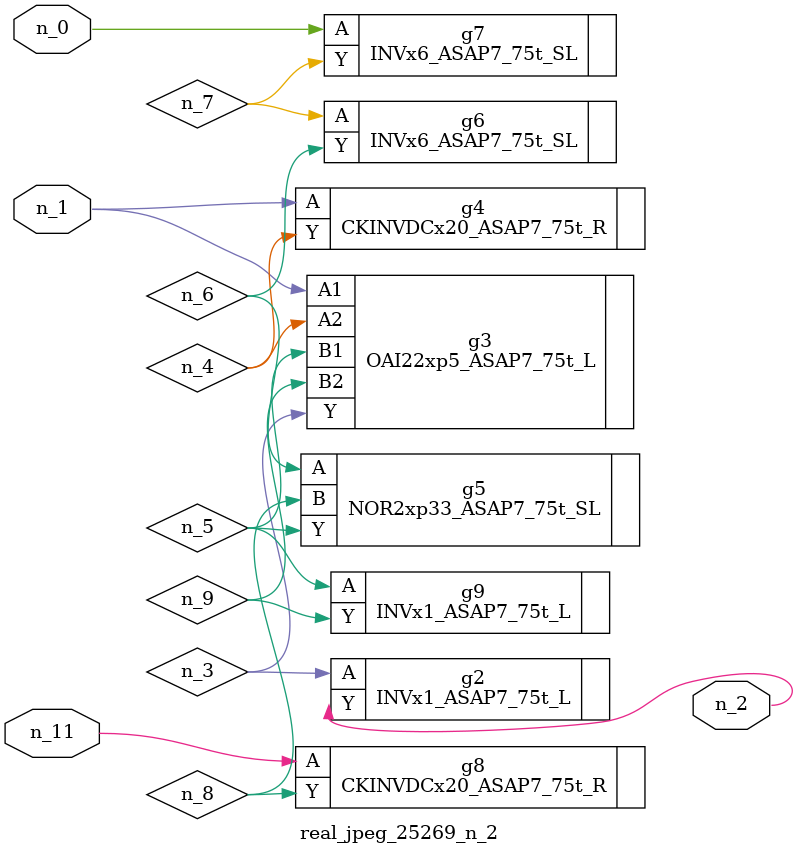
<source format=v>
module real_jpeg_25269_n_2 (n_1, n_11, n_0, n_2);

input n_1;
input n_11;
input n_0;

output n_2;

wire n_5;
wire n_4;
wire n_8;
wire n_6;
wire n_7;
wire n_3;
wire n_9;

INVx6_ASAP7_75t_SL g7 ( 
.A(n_0),
.Y(n_7)
);

OAI22xp5_ASAP7_75t_L g3 ( 
.A1(n_1),
.A2(n_4),
.B1(n_5),
.B2(n_9),
.Y(n_3)
);

CKINVDCx20_ASAP7_75t_R g4 ( 
.A(n_1),
.Y(n_4)
);

INVx1_ASAP7_75t_L g2 ( 
.A(n_3),
.Y(n_2)
);

INVx1_ASAP7_75t_L g9 ( 
.A(n_5),
.Y(n_9)
);

NOR2xp33_ASAP7_75t_SL g5 ( 
.A(n_6),
.B(n_8),
.Y(n_5)
);

INVx6_ASAP7_75t_SL g6 ( 
.A(n_7),
.Y(n_6)
);

CKINVDCx20_ASAP7_75t_R g8 ( 
.A(n_11),
.Y(n_8)
);


endmodule
</source>
